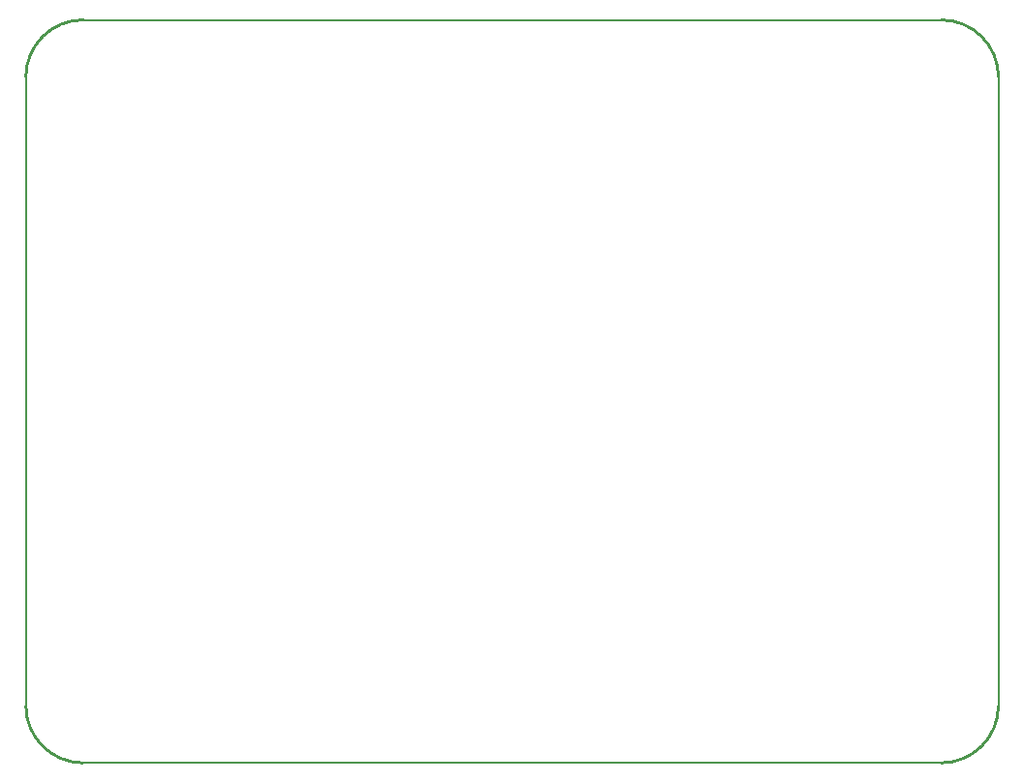
<source format=gm1>
G04*
G04 #@! TF.GenerationSoftware,Altium Limited,Altium Designer,24.1.2 (44)*
G04*
G04 Layer_Color=16711935*
%FSLAX44Y44*%
%MOMM*%
G71*
G04*
G04 #@! TF.SameCoordinates,8026E52B-AA0B-4AC6-8547-A5A81626C292*
G04*
G04*
G04 #@! TF.FilePolarity,Positive*
G04*
G01*
G75*
%ADD11C,0.2000*%
%ADD39C,0.2540*%
D11*
X50000D02*
X800000D01*
X850000Y50000D02*
Y600000D01*
X50000Y650000D02*
X800000D01*
X0Y50000D02*
Y600000D01*
D39*
X0Y50000D02*
G03*
X50000Y0I50000J0D01*
G01*
X800000D02*
G03*
X850000Y50000I0J50000D01*
G01*
X850000Y600000D02*
G03*
X800000Y650000I-50000J0D01*
G01*
X50000Y650000D02*
G03*
X0Y600000I0J-50000D01*
G01*
M02*

</source>
